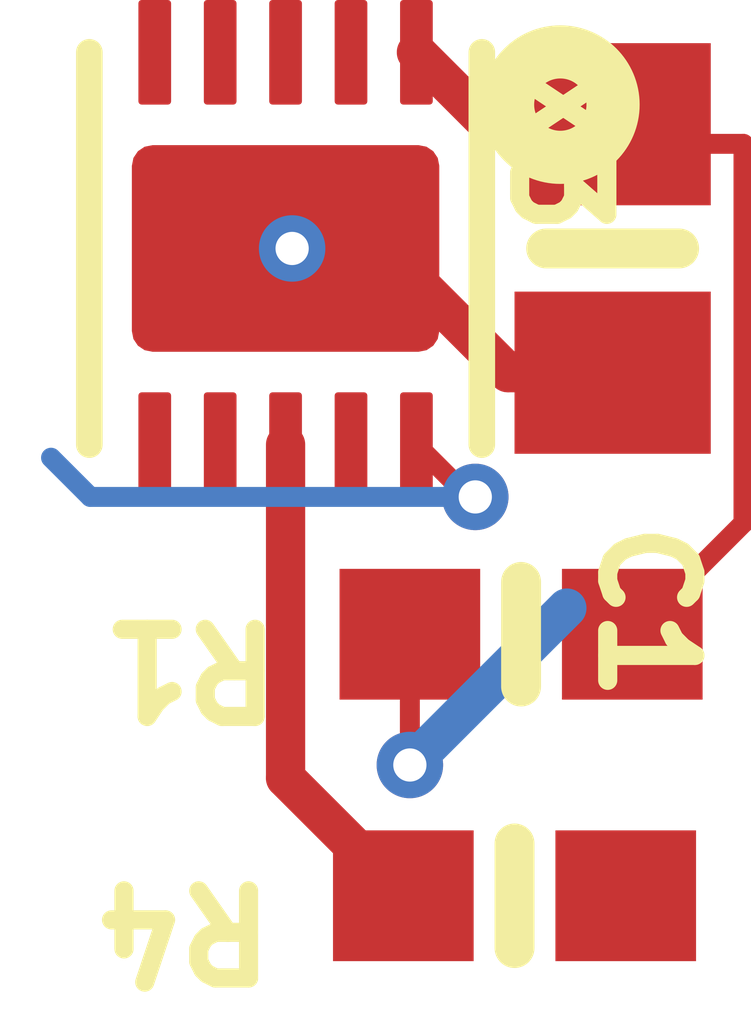
<source format=kicad_pcb>
(kicad_pcb (version 20240108) (generator "pcbnew") (generator_version "8.0")
  (layers (0 "F.Cu" signal) (31 "B.Cu" signal) (34 "B.Paste" user) (35 "F.Paste" user) (36 "B.SilkS" user "B.Silkscreen") (37 "F.SilkS" user "F.Silkscreen") (38 "B.Mask" user) (39 "F.Mask" user) (44 "Edge.Cuts" user))
  (net 0 "")
  (footprint "Adafruit HUSB238 USB-C PD Breakout:0805-NO" (layer "F.Cu") (at 156.06 96.52 -90)
    (property "Reference" "C1" (at 2.032 0.127 -90) (layer "F.SilkS") (effects (font (size 0.666496 0.666496) (thickness 0.146304)) (justify left bottom)))
    (property "Value" "1uF/50V")
    (fp_line (start 0 -0.508) (end 0 0.508) (stroke (width 0.3048)) (layer "F.SilkS"))
    (pad "1" smd rect (at -0.95 0 270) (size 1.24 1.5) (layers "F.Cu" "F.Paste" "F.Mask"))
    (pad "2" smd rect (at 0.95 0 270) (size 1.24 1.5) (layers "F.Cu" "F.Paste" "F.Mask"))
  )
  (footprint "Adafruit HUSB238 USB-C PD Breakout:DFN10_3X3MM" (layer "F.Cu") (at 153.56 96.52 180)
    (property "Reference" "X3" (at -1.7 1.5 -90) (layer "F.SilkS") (effects (font (size 0.666496 0.666496) (thickness 0.146304)) (justify left bottom)))
    (property "Value" "HUSB238")
    (fp_line (start 1.5 -1.5) (end 1.5 1.5) (stroke (width 0.2032)) (layer "F.SilkS"))
    (fp_line (start -1.5 -1.5) (end -1.5 1.5) (stroke (width 0.2032)) (layer "F.SilkS"))
    (fp_circle (center -2.1 1.1) (end -1.9 1.1) (stroke (width 0.4064)) (fill none) (layer "F.SilkS"))
    (pad "1" smd roundrect (at -1 1.5 180) (size 0.25 0.8) (layers "F.Cu" "F.Paste" "F.Mask") (roundrect_rratio 0.1))
    (pad "2" smd roundrect (at -0.5 1.5 180) (size 0.25 0.8) (layers "F.Cu" "F.Paste" "F.Mask") (roundrect_rratio 0.1))
    (pad "3" smd roundrect (at 0 1.5 180) (size 0.25 0.8) (layers "F.Cu" "F.Paste" "F.Mask") (roundrect_rratio 0.1))
    (pad "4" smd roundrect (at 0.5 1.5 180) (size 0.25 0.8) (layers "F.Cu" "F.Paste" "F.Mask") (roundrect_rratio 0.1))
    (pad "5" smd roundrect (at 1 1.5 180) (size 0.25 0.8) (layers "F.Cu" "F.Paste" "F.Mask") (roundrect_rratio 0.1))
    (pad "6" smd roundrect (at 1 -1.5 180) (size 0.25 0.8) (layers "F.Cu" "F.Paste" "F.Mask") (roundrect_rratio 0.1))
    (pad "7" smd roundrect (at 0.5 -1.5 180) (size 0.25 0.8) (layers "F.Cu" "F.Paste" "F.Mask") (roundrect_rratio 0.1))
    (pad "8" smd roundrect (at 0 -1.5 180) (size 0.25 0.8) (layers "F.Cu" "F.Paste" "F.Mask") (roundrect_rratio 0.1))
    (pad "9" smd roundrect (at -0.5 -1.5 180) (size 0.25 0.8) (layers "F.Cu" "F.Paste" "F.Mask") (roundrect_rratio 0.1))
    (pad "10" smd roundrect (at -1 -1.5 180) (size 0.25 0.8) (layers "F.Cu" "F.Paste" "F.Mask") (roundrect_rratio 0.1))
    (pad "GND" smd roundrect (at 0 0 180) (size 2.35 1.58) (layers "F.Cu" "F.Mask") (roundrect_rratio 0.1))
  )
  (footprint "Adafruit HUSB238 USB-C PD Breakout:0603-NO" (layer "F.Cu") (at 155.36 99.47 180)
    (property "Reference" "R1" (at 1.778 0.127 180) (layer "F.SilkS") (effects (font (size 0.666496 0.666496) (thickness 0.146304)) (justify left bottom)))
    (property "Value" "10 ohm")
    (fp_line (start 0 -0.4) (end 0 0.4) (stroke (width 0.3048)) (layer "F.SilkS"))
    (pad "1" smd rect (at -0.85 0 180) (size 1.075 1) (layers "F.Cu" "F.Paste" "F.Mask"))
    (pad "2" smd rect (at 0.85 0 180) (size 1.075 1) (layers "F.Cu" "F.Paste" "F.Mask"))
  )
  (footprint "Adafruit HUSB238 USB-C PD Breakout:0603-NO" (layer "F.Cu") (at 155.31 101.47 180)
    (property "Reference" "R4" (at 1.778 0.127 180) (layer "F.SilkS") (effects (font (size 0.666496 0.666496) (thickness 0.146304)) (justify left bottom)))
    (property "Value" "14K")
    (fp_line (start 0 -0.4) (end 0 0.4) (stroke (width 0.3048)) (layer "F.SilkS"))
    (pad "1" smd rect (at -0.85 0 180) (size 1.075 1) (layers "F.Cu" "F.Paste" "F.Mask"))
    (pad "2" smd rect (at 0.85 0 180) (size 1.075 1) (layers "F.Cu" "F.Paste" "F.Mask"))
  )
  (segment (start 153.56 98.02) (end 153.56 100.57) (width 0.3) (layer "F.Cu") (net 0))
  (segment (start 153.61 96.52) (end 154.31 96.52) (width 0.1524) (layer "F.Cu") (net 0))
  (segment (start 156.21 99.47) (end 157.06 98.62) (width 0.1524) (layer "F.Cu") (net 0))
  (segment (start 154.51 100.47) (end 154.51 99.47) (width 0.1524) (layer "F.Cu") (net 0))
  (segment (start 156.21 95.72) (end 156.06 95.57) (width 0.1524) (layer "F.Cu") (net 0))
  (segment (start 157.06 95.72) (end 156.21 95.72) (width 0.1524) (layer "F.Cu") (net 0))
  (segment (start 153.56 100.57) (end 154.46 101.47) (width 0.3) (layer "F.Cu") (net 0))
  (segment (start 155.26 97.47) (end 156.06 97.47) (width 0.3) (layer "F.Cu") (net 0))
  (segment (start 157.06 98.62) (end 157.06 95.72) (width 0.1524) (layer "F.Cu") (net 0))
  (segment (start 155.11 95.57) (end 156.06 95.57) (width 0.3) (layer "F.Cu") (net 0))
  (segment (start 154.96 98.42) (end 155.01 98.42) (width 0.1524) (layer "F.Cu") (net 0))
  (segment (start 154.31 96.52) (end 155.26 97.47) (width 0.3) (layer "F.Cu") (net 0))
  (segment (start 154.56 98.02) (end 154.96 98.42) (width 0.1524) (layer "F.Cu") (net 0))
  (segment (start 154.56 95.02) (end 155.11 95.57) (width 0.3) (layer "F.Cu") (net 0))
  (segment (start 153.56 96.52) (end 153.61 96.52) (width 0.1524) (layer "F.Cu") (net 0))
  (via (at 154.51 100.47) (size 0.508) (drill 0.254) (layers "F.Cu" "B.Cu") (net 0))
  (via (at 155.01 98.42) (size 0.508) (drill 0.254) (layers "F.Cu" "B.Cu") (net 0))
  (via (at 153.61 96.52) (size 0.508) (drill 0.254) (layers "F.Cu" "B.Cu") (net 0))
  (segment (start 152.0672 98.42) (end 155.01 98.42) (width 0.1524) (layer "B.Cu") (net 0))
  (segment (start 151.7672 98.12) (end 152.0672 98.42) (width 0.1524) (layer "B.Cu") (net 0))
  (segment (start 154.51 100.47) (end 155.71 99.27) (width 0.3) (layer "B.Cu") (net 0))
)
</source>
